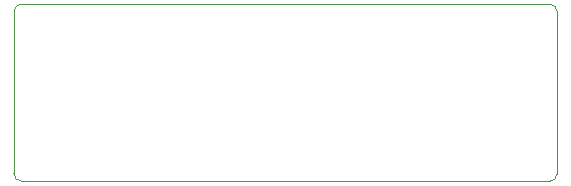
<source format=gbr>
%TF.GenerationSoftware,KiCad,Pcbnew,(5.1.9)-1*%
%TF.CreationDate,2021-11-01T00:10:39+05:30*%
%TF.ProjectId,STM32-nRF24,53544d33-322d-46e5-9246-32342e6b6963,Rev. A*%
%TF.SameCoordinates,Original*%
%TF.FileFunction,Profile,NP*%
%FSLAX46Y46*%
G04 Gerber Fmt 4.6, Leading zero omitted, Abs format (unit mm)*
G04 Created by KiCad (PCBNEW (5.1.9)-1) date 2021-11-01 00:10:39*
%MOMM*%
%LPD*%
G01*
G04 APERTURE LIST*
%TA.AperFunction,Profile*%
%ADD10C,0.050000*%
%TD*%
G04 APERTURE END LIST*
D10*
X82150000Y-153850000D02*
G75*
G02*
X82800000Y-153200000I650000J0D01*
G01*
X82800000Y-168200000D02*
G75*
G02*
X82150000Y-167550000I0J650000D01*
G01*
X128150000Y-167550000D02*
G75*
G02*
X127500000Y-168200000I-650000J0D01*
G01*
X127500000Y-153200000D02*
G75*
G02*
X128150000Y-153850000I0J-650000D01*
G01*
X82150000Y-167550000D02*
X82150000Y-153850000D01*
X127500000Y-168200000D02*
X82800000Y-168200000D01*
X128150000Y-153850000D02*
X128150000Y-167550000D01*
X82800000Y-153200000D02*
X127500000Y-153200000D01*
M02*

</source>
